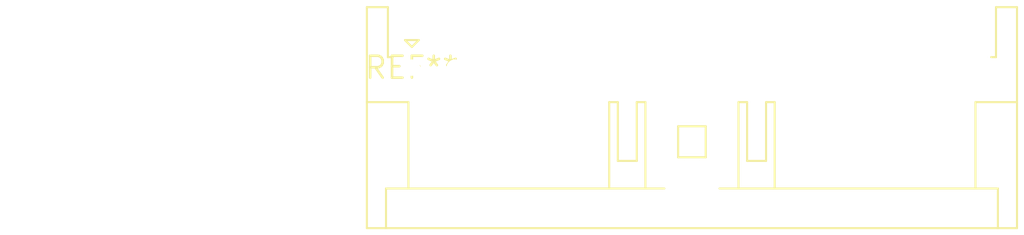
<source format=kicad_pcb>
(kicad_pcb (version 20240108) (generator pcbnew)
  (layers (0 "F.Cu" signal) (31 "B.Cu" signal) (34 "B.Paste" user) (35 "F.Paste" user) (36 "B.SilkS" user "B.Silkscreen") (37 "F.SilkS" user "F.Silkscreen") (38 "B.Mask" user) (39 "F.Mask" user) (44 "Edge.Cuts" user))
  (net 0 "")
  (footprint "JST_XA_S14B-XASK-1_1x14_P2.50mm_Horizontal" (layer "F.Cu") (at 0 0)
    (property "Reference" "REF**")
    (property "Value" "JST_XA_S14B-XASK-1_1x14_P2.50mm_Horizontal")
    (fp_line (start -2.61 -3.51) (end -2.61 9.31) (layer "F.SilkS") (stroke (width 0.12)))
    (fp_line (start -2.61 9.31) (end 35.11 9.31) (layer "F.SilkS") (stroke (width 0.12)))
    (fp_line (start -1.5 7.01) (end 14.65 7.01) (layer "F.SilkS") (stroke (width 0.12)))
    (fp_line (start -1.5 9.31) (end -1.5 7.01) (layer "F.SilkS") (stroke (width 0.12)))
    (fp_line (start -1.39 -3.51) (end -2.61 -3.51) (layer "F.SilkS") (stroke (width 0.12)))
    (fp_line (start -1.39 -0.61) (end -1.39 -3.51) (layer "F.SilkS") (stroke (width 0.12)))
    (fp_line (start -1.11 -0.61) (end -1.39 -0.61) (layer "F.SilkS") (stroke (width 0.12)))
    (fp_line (start -0.4 -1.6) (end 0.4 -1.6) (layer "F.SilkS") (stroke (width 0.12)))
    (fp_line (start -0.2 2) (end -2.61 2) (layer "F.SilkS") (stroke (width 0.12)))
    (fp_line (start -0.2 7.01) (end -0.2 2) (layer "F.SilkS") (stroke (width 0.12)))
    (fp_line (start 0 -1.2) (end -0.4 -1.6) (layer "F.SilkS") (stroke (width 0.12)))
    (fp_line (start 0.4 -1.6) (end 0 -1.2) (layer "F.SilkS") (stroke (width 0.12)))
    (fp_line (start 11.45 2) (end 11.45 7.01) (layer "F.SilkS") (stroke (width 0.12)))
    (fp_line (start 11.95 2) (end 11.45 2) (layer "F.SilkS") (stroke (width 0.12)))
    (fp_line (start 11.95 5.41) (end 11.95 2) (layer "F.SilkS") (stroke (width 0.12)))
    (fp_line (start 13.05 2) (end 13.05 5.41) (layer "F.SilkS") (stroke (width 0.12)))
    (fp_line (start 13.05 5.41) (end 11.95 5.41) (layer "F.SilkS") (stroke (width 0.12)))
    (fp_line (start 13.55 2) (end 13.05 2) (layer "F.SilkS") (stroke (width 0.12)))
    (fp_line (start 13.55 7.01) (end 13.55 2) (layer "F.SilkS") (stroke (width 0.12)))
    (fp_line (start 15.45 3.4) (end 17.05 3.4) (layer "F.SilkS") (stroke (width 0.12)))
    (fp_line (start 15.45 5.2) (end 15.45 3.4) (layer "F.SilkS") (stroke (width 0.12)))
    (fp_line (start 17.05 3.4) (end 17.05 5.2) (layer "F.SilkS") (stroke (width 0.12)))
    (fp_line (start 17.05 5.2) (end 15.45 5.2) (layer "F.SilkS") (stroke (width 0.12)))
    (fp_line (start 17.85 7.01) (end 34 7.01) (layer "F.SilkS") (stroke (width 0.12)))
    (fp_line (start 18.95 2) (end 19.45 2) (layer "F.SilkS") (stroke (width 0.12)))
    (fp_line (start 18.95 7.01) (end 18.95 2) (layer "F.SilkS") (stroke (width 0.12)))
    (fp_line (start 19.45 2) (end 19.45 5.41) (layer "F.SilkS") (stroke (width 0.12)))
    (fp_line (start 19.45 5.41) (end 20.55 5.41) (layer "F.SilkS") (stroke (width 0.12)))
    (fp_line (start 20.55 2) (end 21.05 2) (layer "F.SilkS") (stroke (width 0.12)))
    (fp_line (start 20.55 5.41) (end 20.55 2) (layer "F.SilkS") (stroke (width 0.12)))
    (fp_line (start 21.05 2) (end 21.05 7.01) (layer "F.SilkS") (stroke (width 0.12)))
    (fp_line (start 32.7 2) (end 35.11 2) (layer "F.SilkS") (stroke (width 0.12)))
    (fp_line (start 32.7 7.01) (end 32.7 2) (layer "F.SilkS") (stroke (width 0.12)))
    (fp_line (start 33.89 -3.51) (end 33.89 -0.61) (layer "F.SilkS") (stroke (width 0.12)))
    (fp_line (start 33.89 -0.61) (end 33.61 -0.61) (layer "F.SilkS") (stroke (width 0.12)))
    (fp_line (start 34 7.01) (end 34 9.31) (layer "F.SilkS") (stroke (width 0.12)))
    (fp_line (start 35.11 -3.51) (end 33.89 -3.51) (layer "F.SilkS") (stroke (width 0.12)))
    (fp_line (start 35.11 9.31) (end 35.11 -3.51) (layer "F.SilkS") (stroke (width 0.12)))
    (pad "" np_thru_hole oval (at 16.25 6.5) (size 2.8 2) (drill oval 2.8 2) (layers *.Cu *.Mask))
    (pad "1" thru_hole roundrect (at 0 0) (size 1.7 1.95) (drill 0.95) (layers *.Cu *.Mask) (remove_unused_layers) (roundrect_rratio 0.147059))
    (pad "2" thru_hole oval (at 2.5 0) (size 1.7 1.95) (drill 0.95) (layers *.Cu *.Mask) (remove_unused_layers))
    (pad "3" thru_hole oval (at 5 0) (size 1.7 1.95) (drill 0.95) (layers *.Cu *.Mask) (remove_unused_layers))
    (pad "4" thru_hole oval (at 7.5 0) (size 1.7 1.95) (drill 0.95) (layers *.Cu *.Mask) (remove_unused_layers))
    (pad "5" thru_hole oval (at 10 0) (size 1.7 1.95) (drill 0.95) (layers *.Cu *.Mask) (remove_unused_layers))
    (pad "6" thru_hole oval (at 12.5 0) (size 1.7 1.95) (drill 0.95) (layers *.Cu *.Mask) (remove_unused_layers))
    (pad "7" thru_hole oval (at 15 0) (size 1.7 1.95) (drill 0.95) (layers *.Cu *.Mask) (remove_unused_layers))
    (pad "8" thru_hole oval (at 17.5 0) (size 1.7 1.95) (drill 0.95) (layers *.Cu *.Mask) (remove_unused_layers))
    (pad "9" thru_hole oval (at 20 0) (size 1.7 1.95) (drill 0.95) (layers *.Cu *.Mask) (remove_unused_layers))
    (pad "10" thru_hole oval (at 22.5 0) (size 1.7 1.95) (drill 0.95) (layers *.Cu *.Mask) (remove_unused_layers))
    (pad "11" thru_hole oval (at 25 0) (size 1.7 1.95) (drill 0.95) (layers *.Cu *.Mask) (remove_unused_layers))
    (pad "12" thru_hole oval (at 27.5 0) (size 1.7 1.95) (drill 0.95) (layers *.Cu *.Mask) (remove_unused_layers))
    (pad "13" thru_hole oval (at 30 0) (size 1.7 1.95) (drill 0.95) (layers *.Cu *.Mask) (remove_unused_layers))
    (pad "14" thru_hole oval (at 32.5 0) (size 1.7 1.95) (drill 0.95) (layers *.Cu *.Mask) (remove_unused_layers))
  )
)
</source>
